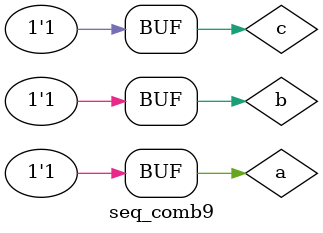
<source format=sv>
module seq_comb9;

// More interleavings between procedural processes
// and continuous assignments. Seems that all tested
// simulators print "111" here.

logic a, b;

wire c = b;

always_comb begin
 $display("a = c");
 a = c;
end

always_comb begin
 $display("b = 1");
 b = 1;
end

initial $monitor("%b%b%b", a, b, c);

endmodule

</source>
